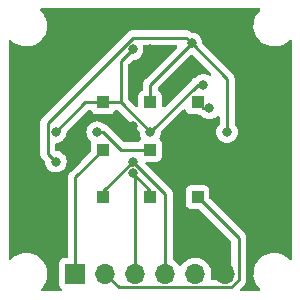
<source format=gbr>
%TF.GenerationSoftware,KiCad,Pcbnew,(6.0.7)*%
%TF.CreationDate,2022-08-07T18:23:06-05:00*%
%TF.ProjectId,ADS1219,41445331-3231-4392-9e6b-696361645f70,4*%
%TF.SameCoordinates,Original*%
%TF.FileFunction,Copper,L2,Bot*%
%TF.FilePolarity,Positive*%
%FSLAX46Y46*%
G04 Gerber Fmt 4.6, Leading zero omitted, Abs format (unit mm)*
G04 Created by KiCad (PCBNEW (6.0.7)) date 2022-08-07 18:23:06*
%MOMM*%
%LPD*%
G01*
G04 APERTURE LIST*
%TA.AperFunction,SMDPad,CuDef*%
%ADD10R,1.000000X1.000000*%
%TD*%
%TA.AperFunction,ComponentPad*%
%ADD11R,1.700000X1.700000*%
%TD*%
%TA.AperFunction,ComponentPad*%
%ADD12O,1.700000X1.700000*%
%TD*%
%TA.AperFunction,ViaPad*%
%ADD13C,0.800000*%
%TD*%
%TA.AperFunction,Conductor*%
%ADD14C,0.250000*%
%TD*%
G04 APERTURE END LIST*
D10*
%TO.P,TP9,1,1*%
%TO.N,/AIN3*%
X166500000Y-90500000D03*
%TD*%
%TO.P,TP8,1,1*%
%TO.N,/AIN2*%
X170500000Y-90500000D03*
%TD*%
%TO.P,TP7,1,1*%
%TO.N,/AIN1*%
X174500000Y-90500000D03*
%TD*%
%TO.P,TP6,1,1*%
%TO.N,/AIN0*%
X166500000Y-86500000D03*
%TD*%
%TO.P,TP5,1,1*%
%TO.N,/A1*%
X170500000Y-86500000D03*
%TD*%
%TO.P,TP4,1,1*%
%TO.N,GND*%
X174500000Y-86500000D03*
%TD*%
%TO.P,TP3,1,1*%
%TO.N,+3.3V*%
X166500000Y-82500000D03*
%TD*%
%TO.P,TP2,1,1*%
%TO.N,/SDA*%
X170500000Y-82500000D03*
%TD*%
%TO.P,TP1,1,1*%
%TO.N,/SCL*%
X174500000Y-82500000D03*
%TD*%
D11*
%TO.P,J2,1,Pin_1*%
%TO.N,/AIN0*%
X164150000Y-97000000D03*
D12*
%TO.P,J2,2,Pin_2*%
%TO.N,/AIN1*%
X166690000Y-97000000D03*
%TO.P,J2,3,Pin_3*%
%TO.N,/AIN2*%
X169230000Y-97000000D03*
%TO.P,J2,4,Pin_4*%
%TO.N,/AIN3*%
X171770000Y-97000000D03*
%TO.P,J2,5,Pin_5*%
%TO.N,+3.3V*%
X174310000Y-97000000D03*
%TO.P,J2,6,Pin_6*%
%TO.N,GND*%
X176850000Y-97000000D03*
%TD*%
D13*
%TO.N,GND*%
X169000000Y-81500000D03*
X169000000Y-84500000D03*
X171000000Y-88000000D03*
%TO.N,/A1*%
X166000000Y-85000000D03*
%TO.N,/SCL*%
X175500000Y-83000000D03*
%TO.N,GND*%
X170500000Y-78000000D03*
X172000000Y-81500000D03*
X176000000Y-77500000D03*
X165000000Y-77500000D03*
%TO.N,+3.3V*%
X175000000Y-81000000D03*
X170500000Y-85000000D03*
X162500000Y-85000000D03*
X169000000Y-78000000D03*
%TO.N,/SDA*%
X177000000Y-85000000D03*
X162500000Y-87500000D03*
X174000000Y-77500000D03*
%TO.N,/AIN2*%
X169000000Y-88500000D03*
%TO.N,/AIN3*%
X169000000Y-87500000D03*
%TD*%
D14*
%TO.N,+3.3V*%
X168000000Y-79000000D02*
X169000000Y-78000000D01*
X168000000Y-82500000D02*
X168000000Y-79000000D01*
%TO.N,/A1*%
X168000000Y-86500000D02*
X170500000Y-86500000D01*
X166000000Y-85000000D02*
X166500000Y-85000000D01*
X166500000Y-85000000D02*
X168000000Y-86500000D01*
%TO.N,+3.3V*%
X168000000Y-82500000D02*
X170500000Y-85000000D01*
X165000000Y-82500000D02*
X168000000Y-82500000D01*
%TO.N,/SCL*%
X175000000Y-83000000D02*
X174500000Y-82500000D01*
X175500000Y-83000000D02*
X175000000Y-83000000D01*
%TO.N,/SDA*%
X170500000Y-81000000D02*
X170500000Y-82500000D01*
X174000000Y-77500000D02*
X170500000Y-81000000D01*
%TO.N,+3.3V*%
X165000000Y-82500000D02*
X166500000Y-82500000D01*
X162500000Y-85000000D02*
X165000000Y-82500000D01*
%TO.N,/AIN1*%
X167817400Y-98127400D02*
X166690000Y-97000000D01*
X177977400Y-97522600D02*
X177372600Y-98127400D01*
X177977400Y-93977400D02*
X177977400Y-97522600D01*
X174500000Y-90500000D02*
X177977400Y-93977400D01*
X177372600Y-98127400D02*
X167817400Y-98127400D01*
%TO.N,/AIN2*%
X170500000Y-90000000D02*
X170500000Y-90500000D01*
X169000000Y-88500000D02*
X170500000Y-90000000D01*
%TO.N,/AIN3*%
X166500000Y-90500000D02*
X166500000Y-90000000D01*
X166500000Y-90000000D02*
X169000000Y-87500000D01*
%TO.N,/AIN0*%
X164150000Y-88850000D02*
X164150000Y-97000000D01*
X166500000Y-86500000D02*
X164150000Y-88850000D01*
%TO.N,+3.3V*%
X174500000Y-81000000D02*
X175000000Y-81000000D01*
X170500000Y-85000000D02*
X174500000Y-81000000D01*
%TO.N,/SDA*%
X161822600Y-84219411D02*
X169042011Y-77000000D01*
X169042011Y-77000000D02*
X173500000Y-77000000D01*
X173500000Y-77000000D02*
X174000000Y-77500000D01*
X161822600Y-86822600D02*
X161822600Y-84219411D01*
X162500000Y-87500000D02*
X161822600Y-86822600D01*
X177000000Y-85000000D02*
X177000000Y-80500000D01*
X177000000Y-80500000D02*
X174000000Y-77500000D01*
%TO.N,/AIN2*%
X169230000Y-97000000D02*
X169230000Y-88730000D01*
X169230000Y-88730000D02*
X169000000Y-88500000D01*
%TO.N,/AIN3*%
X171770000Y-90270000D02*
X169000000Y-87500000D01*
X171770000Y-97000000D02*
X171770000Y-90270000D01*
%TD*%
%TA.AperFunction,Conductor*%
%TO.N,GND*%
G36*
X179765262Y-74528502D02*
G01*
X179811755Y-74582158D01*
X179821859Y-74652432D01*
X179788916Y-74720832D01*
X179629557Y-74890237D01*
X179480576Y-75104991D01*
X179364975Y-75339407D01*
X179285293Y-75588335D01*
X179243279Y-75846307D01*
X179239858Y-76107655D01*
X179275104Y-76366638D01*
X179276412Y-76371124D01*
X179276412Y-76371126D01*
X179290080Y-76418019D01*
X179348243Y-76617567D01*
X179457668Y-76854928D01*
X179460231Y-76858837D01*
X179598410Y-77069596D01*
X179598414Y-77069601D01*
X179600976Y-77073509D01*
X179775018Y-77268506D01*
X179975970Y-77435637D01*
X179979973Y-77438066D01*
X180195422Y-77568804D01*
X180195426Y-77568806D01*
X180199419Y-77571229D01*
X180440455Y-77672303D01*
X180693783Y-77736641D01*
X180698434Y-77737109D01*
X180698438Y-77737110D01*
X180891308Y-77756531D01*
X180910867Y-77758500D01*
X181066354Y-77758500D01*
X181068679Y-77758327D01*
X181068685Y-77758327D01*
X181256000Y-77744407D01*
X181256004Y-77744406D01*
X181260652Y-77744061D01*
X181265200Y-77743032D01*
X181265206Y-77743031D01*
X181451601Y-77700853D01*
X181515577Y-77686377D01*
X181551769Y-77672303D01*
X181754824Y-77593340D01*
X181754827Y-77593339D01*
X181759177Y-77591647D01*
X181986098Y-77461951D01*
X182191357Y-77300138D01*
X182273725Y-77212578D01*
X182334969Y-77176666D01*
X182405907Y-77179566D01*
X182464015Y-77220357D01*
X182490846Y-77286088D01*
X182491500Y-77298911D01*
X182491500Y-95699708D01*
X182471498Y-95767829D01*
X182417842Y-95814322D01*
X182347568Y-95824426D01*
X182282988Y-95794932D01*
X182271497Y-95783610D01*
X182257412Y-95767829D01*
X182224982Y-95731494D01*
X182024030Y-95564363D01*
X181943506Y-95515500D01*
X181804578Y-95431196D01*
X181804574Y-95431194D01*
X181800581Y-95428771D01*
X181559545Y-95327697D01*
X181306217Y-95263359D01*
X181301566Y-95262891D01*
X181301562Y-95262890D01*
X181092271Y-95241816D01*
X181089133Y-95241500D01*
X180933646Y-95241500D01*
X180931321Y-95241673D01*
X180931315Y-95241673D01*
X180744000Y-95255593D01*
X180743996Y-95255594D01*
X180739348Y-95255939D01*
X180734800Y-95256968D01*
X180734794Y-95256969D01*
X180548399Y-95299147D01*
X180484423Y-95313623D01*
X180480071Y-95315315D01*
X180480069Y-95315316D01*
X180245176Y-95406660D01*
X180245173Y-95406661D01*
X180240823Y-95408353D01*
X180013902Y-95538049D01*
X179808643Y-95699862D01*
X179629557Y-95890237D01*
X179537981Y-96022243D01*
X179483696Y-96100494D01*
X179480576Y-96104991D01*
X179478510Y-96109181D01*
X179478508Y-96109184D01*
X179384597Y-96299618D01*
X179364975Y-96339407D01*
X179363553Y-96343850D01*
X179363552Y-96343852D01*
X179360690Y-96352792D01*
X179285293Y-96588335D01*
X179243279Y-96846307D01*
X179243218Y-96850980D01*
X179240396Y-97066590D01*
X179239858Y-97107655D01*
X179275104Y-97366638D01*
X179276412Y-97371124D01*
X179276412Y-97371126D01*
X179290728Y-97420242D01*
X179348243Y-97617567D01*
X179457668Y-97854928D01*
X179485855Y-97897921D01*
X179598410Y-98069596D01*
X179598414Y-98069601D01*
X179600976Y-98073509D01*
X179775018Y-98268506D01*
X179778611Y-98271494D01*
X179781978Y-98274746D01*
X179780400Y-98276380D01*
X179814782Y-98327680D01*
X179816149Y-98398663D01*
X179778923Y-98459118D01*
X179714922Y-98489849D01*
X179694592Y-98491500D01*
X178208594Y-98491500D01*
X178140473Y-98471498D01*
X178093980Y-98417842D01*
X178083876Y-98347568D01*
X178113370Y-98282988D01*
X178119499Y-98276405D01*
X178369647Y-98026257D01*
X178377937Y-98018713D01*
X178384418Y-98014600D01*
X178431059Y-97964932D01*
X178433813Y-97962091D01*
X178453534Y-97942370D01*
X178456012Y-97939175D01*
X178463718Y-97930153D01*
X178488558Y-97903701D01*
X178493986Y-97897921D01*
X178503746Y-97880168D01*
X178514599Y-97863645D01*
X178518328Y-97858837D01*
X178527013Y-97847641D01*
X178544576Y-97807057D01*
X178549783Y-97796427D01*
X178571095Y-97757660D01*
X178573066Y-97749983D01*
X178573068Y-97749978D01*
X178576132Y-97738042D01*
X178582538Y-97719330D01*
X178587434Y-97708017D01*
X178590581Y-97700745D01*
X178597497Y-97657081D01*
X178599904Y-97645460D01*
X178608928Y-97610311D01*
X178608928Y-97610310D01*
X178610900Y-97602630D01*
X178610900Y-97582369D01*
X178612451Y-97562658D01*
X178614379Y-97550485D01*
X178615619Y-97542657D01*
X178611459Y-97498646D01*
X178610900Y-97486789D01*
X178610900Y-94056167D01*
X178611427Y-94044984D01*
X178613102Y-94037491D01*
X178610962Y-93969414D01*
X178610900Y-93965455D01*
X178610900Y-93937544D01*
X178610395Y-93933544D01*
X178609462Y-93921701D01*
X178608322Y-93885429D01*
X178608073Y-93877510D01*
X178602422Y-93858058D01*
X178598414Y-93838706D01*
X178596867Y-93826463D01*
X178595874Y-93818603D01*
X178592956Y-93811232D01*
X178579600Y-93777497D01*
X178575755Y-93766270D01*
X178575121Y-93764087D01*
X178563418Y-93723807D01*
X178559384Y-93716985D01*
X178559381Y-93716979D01*
X178553106Y-93706368D01*
X178544410Y-93688618D01*
X178539872Y-93677156D01*
X178539869Y-93677151D01*
X178536952Y-93669783D01*
X178510973Y-93634025D01*
X178504457Y-93624107D01*
X178485975Y-93592857D01*
X178481942Y-93586037D01*
X178467618Y-93571713D01*
X178454776Y-93556678D01*
X178442872Y-93540293D01*
X178408806Y-93512111D01*
X178400027Y-93504122D01*
X175545405Y-90649500D01*
X175511379Y-90587188D01*
X175508500Y-90560405D01*
X175508500Y-89951866D01*
X175501745Y-89889684D01*
X175450615Y-89753295D01*
X175363261Y-89636739D01*
X175246705Y-89549385D01*
X175110316Y-89498255D01*
X175048134Y-89491500D01*
X173951866Y-89491500D01*
X173889684Y-89498255D01*
X173753295Y-89549385D01*
X173636739Y-89636739D01*
X173549385Y-89753295D01*
X173498255Y-89889684D01*
X173491500Y-89951866D01*
X173491500Y-91048134D01*
X173498255Y-91110316D01*
X173549385Y-91246705D01*
X173636739Y-91363261D01*
X173753295Y-91450615D01*
X173889684Y-91501745D01*
X173951866Y-91508500D01*
X174560406Y-91508500D01*
X174628527Y-91528502D01*
X174649501Y-91545405D01*
X177306995Y-94202899D01*
X177341021Y-94265211D01*
X177343900Y-94291994D01*
X177343900Y-97208005D01*
X177323898Y-97276126D01*
X177306995Y-97297100D01*
X177147100Y-97456995D01*
X177084788Y-97491021D01*
X177058005Y-97493900D01*
X175749803Y-97493900D01*
X175681682Y-97473898D01*
X175635189Y-97420242D01*
X175625085Y-97349968D01*
X175629244Y-97331272D01*
X175640867Y-97293015D01*
X175642370Y-97288069D01*
X175671529Y-97066590D01*
X175673156Y-97000000D01*
X175654852Y-96777361D01*
X175600431Y-96560702D01*
X175511354Y-96355840D01*
X175390014Y-96168277D01*
X175239670Y-96003051D01*
X175235619Y-95999852D01*
X175235615Y-95999848D01*
X175068414Y-95867800D01*
X175068410Y-95867798D01*
X175064359Y-95864598D01*
X175059831Y-95862098D01*
X174973284Y-95814322D01*
X174868789Y-95756638D01*
X174863920Y-95754914D01*
X174863916Y-95754912D01*
X174663087Y-95683795D01*
X174663083Y-95683794D01*
X174658212Y-95682069D01*
X174653119Y-95681162D01*
X174653116Y-95681161D01*
X174443373Y-95643800D01*
X174443367Y-95643799D01*
X174438284Y-95642894D01*
X174364452Y-95641992D01*
X174220081Y-95640228D01*
X174220079Y-95640228D01*
X174214911Y-95640165D01*
X173994091Y-95673955D01*
X173781756Y-95743357D01*
X173751443Y-95759137D01*
X173607975Y-95833822D01*
X173583607Y-95846507D01*
X173579474Y-95849610D01*
X173579471Y-95849612D01*
X173409100Y-95977530D01*
X173404965Y-95980635D01*
X173401393Y-95984373D01*
X173282121Y-96109184D01*
X173250629Y-96142138D01*
X173143201Y-96299621D01*
X173088293Y-96344621D01*
X173017768Y-96352792D01*
X172954021Y-96321538D01*
X172933324Y-96297054D01*
X172852822Y-96172617D01*
X172852820Y-96172614D01*
X172850014Y-96168277D01*
X172699670Y-96003051D01*
X172695619Y-95999852D01*
X172695615Y-95999848D01*
X172528414Y-95867800D01*
X172528410Y-95867798D01*
X172524359Y-95864598D01*
X172519835Y-95862101D01*
X172519831Y-95862098D01*
X172468608Y-95833822D01*
X172418636Y-95783390D01*
X172403500Y-95723513D01*
X172403500Y-90348768D01*
X172404027Y-90337585D01*
X172405702Y-90330092D01*
X172403562Y-90262001D01*
X172403500Y-90258044D01*
X172403500Y-90230144D01*
X172402996Y-90226153D01*
X172402063Y-90214311D01*
X172400923Y-90178036D01*
X172400674Y-90170111D01*
X172395021Y-90150652D01*
X172391012Y-90131293D01*
X172390846Y-90129983D01*
X172388474Y-90111203D01*
X172385558Y-90103837D01*
X172385556Y-90103831D01*
X172372200Y-90070098D01*
X172368355Y-90058868D01*
X172358230Y-90024017D01*
X172358230Y-90024016D01*
X172356019Y-90016407D01*
X172345705Y-89998966D01*
X172337008Y-89981213D01*
X172332472Y-89969758D01*
X172329552Y-89962383D01*
X172303563Y-89926612D01*
X172297047Y-89916692D01*
X172274542Y-89878638D01*
X172260221Y-89864317D01*
X172247380Y-89849283D01*
X172240131Y-89839306D01*
X172235472Y-89832893D01*
X172201395Y-89804702D01*
X172192616Y-89796712D01*
X170119500Y-87723595D01*
X170085474Y-87661283D01*
X170090539Y-87590467D01*
X170133086Y-87533632D01*
X170199606Y-87508821D01*
X170208595Y-87508500D01*
X171048134Y-87508500D01*
X171110316Y-87501745D01*
X171246705Y-87450615D01*
X171363261Y-87363261D01*
X171450615Y-87246705D01*
X171501745Y-87110316D01*
X171508500Y-87048134D01*
X171508500Y-85951866D01*
X171501745Y-85889684D01*
X171450615Y-85753295D01*
X171363261Y-85636739D01*
X171325780Y-85608648D01*
X171283265Y-85551791D01*
X171278239Y-85480972D01*
X171292226Y-85444823D01*
X171331223Y-85377279D01*
X171331224Y-85377278D01*
X171334527Y-85371556D01*
X171393542Y-85189928D01*
X171410907Y-85024706D01*
X171437920Y-84959050D01*
X171447122Y-84948782D01*
X173301887Y-83094017D01*
X173364199Y-83059991D01*
X173435014Y-83065056D01*
X173491850Y-83107603D01*
X173508964Y-83138883D01*
X173516320Y-83158505D01*
X173549385Y-83246705D01*
X173636739Y-83363261D01*
X173753295Y-83450615D01*
X173889684Y-83501745D01*
X173951866Y-83508500D01*
X174577618Y-83508500D01*
X174638327Y-83524090D01*
X174642439Y-83526351D01*
X174658953Y-83537199D01*
X174674959Y-83549614D01*
X174682228Y-83552759D01*
X174682232Y-83552762D01*
X174715537Y-83567174D01*
X174726187Y-83572391D01*
X174764940Y-83593695D01*
X174772615Y-83595666D01*
X174772616Y-83595666D01*
X174784562Y-83598733D01*
X174803264Y-83605136D01*
X174809335Y-83607763D01*
X174852933Y-83639091D01*
X174888747Y-83678866D01*
X174894089Y-83682747D01*
X174894091Y-83682749D01*
X175025867Y-83778490D01*
X175043248Y-83791118D01*
X175049276Y-83793802D01*
X175049278Y-83793803D01*
X175177833Y-83851039D01*
X175217712Y-83868794D01*
X175308586Y-83888110D01*
X175398056Y-83907128D01*
X175398061Y-83907128D01*
X175404513Y-83908500D01*
X175595487Y-83908500D01*
X175601939Y-83907128D01*
X175601944Y-83907128D01*
X175691414Y-83888110D01*
X175782288Y-83868794D01*
X175822167Y-83851039D01*
X175950722Y-83793803D01*
X175950724Y-83793802D01*
X175956752Y-83791118D01*
X175976099Y-83777062D01*
X176051879Y-83722004D01*
X176111253Y-83678866D01*
X176146864Y-83639316D01*
X176207310Y-83602076D01*
X176278294Y-83603428D01*
X176337278Y-83642941D01*
X176365536Y-83708072D01*
X176366500Y-83723626D01*
X176366500Y-84297476D01*
X176346498Y-84365597D01*
X176334142Y-84381779D01*
X176260960Y-84463056D01*
X176165473Y-84628444D01*
X176106458Y-84810072D01*
X176086496Y-85000000D01*
X176106458Y-85189928D01*
X176165473Y-85371556D01*
X176260960Y-85536944D01*
X176265378Y-85541851D01*
X176265379Y-85541852D01*
X176384325Y-85673955D01*
X176388747Y-85678866D01*
X176459343Y-85730157D01*
X176536928Y-85786526D01*
X176543248Y-85791118D01*
X176549276Y-85793802D01*
X176549278Y-85793803D01*
X176629669Y-85829595D01*
X176717712Y-85868794D01*
X176811113Y-85888647D01*
X176898056Y-85907128D01*
X176898061Y-85907128D01*
X176904513Y-85908500D01*
X177095487Y-85908500D01*
X177101939Y-85907128D01*
X177101944Y-85907128D01*
X177188887Y-85888647D01*
X177282288Y-85868794D01*
X177370331Y-85829595D01*
X177450722Y-85793803D01*
X177450724Y-85793802D01*
X177456752Y-85791118D01*
X177463073Y-85786526D01*
X177540657Y-85730157D01*
X177611253Y-85678866D01*
X177615675Y-85673955D01*
X177734621Y-85541852D01*
X177734622Y-85541851D01*
X177739040Y-85536944D01*
X177834527Y-85371556D01*
X177893542Y-85189928D01*
X177913504Y-85000000D01*
X177893542Y-84810072D01*
X177834527Y-84628444D01*
X177739040Y-84463056D01*
X177665863Y-84381785D01*
X177635147Y-84317779D01*
X177633500Y-84297476D01*
X177633500Y-80578768D01*
X177634027Y-80567585D01*
X177635702Y-80560092D01*
X177633562Y-80492001D01*
X177633500Y-80488044D01*
X177633500Y-80460144D01*
X177632996Y-80456153D01*
X177632063Y-80444311D01*
X177631708Y-80432990D01*
X177630674Y-80400111D01*
X177625021Y-80380652D01*
X177621012Y-80361293D01*
X177620846Y-80359983D01*
X177618474Y-80341203D01*
X177615558Y-80333837D01*
X177615556Y-80333831D01*
X177602200Y-80300098D01*
X177598355Y-80288868D01*
X177588230Y-80254017D01*
X177588230Y-80254016D01*
X177586019Y-80246407D01*
X177575705Y-80228966D01*
X177567008Y-80211213D01*
X177562472Y-80199758D01*
X177559552Y-80192383D01*
X177533563Y-80156612D01*
X177527047Y-80146692D01*
X177504542Y-80108638D01*
X177490221Y-80094317D01*
X177477380Y-80079283D01*
X177470131Y-80069306D01*
X177465472Y-80062893D01*
X177431395Y-80034702D01*
X177422616Y-80026712D01*
X174947122Y-77551217D01*
X174913096Y-77488905D01*
X174910907Y-77475292D01*
X174894232Y-77316635D01*
X174894232Y-77316633D01*
X174893542Y-77310072D01*
X174834527Y-77128444D01*
X174823742Y-77109763D01*
X174742341Y-76968774D01*
X174739040Y-76963056D01*
X174611253Y-76821134D01*
X174456752Y-76708882D01*
X174450724Y-76706198D01*
X174450722Y-76706197D01*
X174288319Y-76633891D01*
X174288318Y-76633891D01*
X174282288Y-76631206D01*
X174188887Y-76611353D01*
X174101944Y-76592872D01*
X174101939Y-76592872D01*
X174095487Y-76591500D01*
X174040309Y-76591500D01*
X173972188Y-76571498D01*
X173954058Y-76557352D01*
X173942349Y-76546357D01*
X173939505Y-76543600D01*
X173919770Y-76523865D01*
X173916573Y-76521385D01*
X173907551Y-76513680D01*
X173894122Y-76501069D01*
X173875321Y-76483414D01*
X173868375Y-76479595D01*
X173868372Y-76479593D01*
X173857566Y-76473652D01*
X173841047Y-76462801D01*
X173840583Y-76462441D01*
X173825041Y-76450386D01*
X173817772Y-76447241D01*
X173817768Y-76447238D01*
X173784463Y-76432826D01*
X173773813Y-76427609D01*
X173735060Y-76406305D01*
X173715437Y-76401267D01*
X173696734Y-76394863D01*
X173685420Y-76389967D01*
X173685419Y-76389967D01*
X173678145Y-76386819D01*
X173670322Y-76385580D01*
X173670312Y-76385577D01*
X173634476Y-76379901D01*
X173622856Y-76377495D01*
X173587711Y-76368472D01*
X173587710Y-76368472D01*
X173580030Y-76366500D01*
X173559776Y-76366500D01*
X173540065Y-76364949D01*
X173527886Y-76363020D01*
X173520057Y-76361780D01*
X173490786Y-76364547D01*
X173476039Y-76365941D01*
X173464181Y-76366500D01*
X169120778Y-76366500D01*
X169109595Y-76365973D01*
X169102102Y-76364298D01*
X169094176Y-76364547D01*
X169094175Y-76364547D01*
X169034012Y-76366438D01*
X169030054Y-76366500D01*
X169002155Y-76366500D01*
X168998165Y-76367004D01*
X168986331Y-76367936D01*
X168942122Y-76369326D01*
X168934508Y-76371538D01*
X168934503Y-76371539D01*
X168922670Y-76374977D01*
X168903307Y-76378988D01*
X168883214Y-76381526D01*
X168875847Y-76384443D01*
X168875842Y-76384444D01*
X168842103Y-76397802D01*
X168830876Y-76401646D01*
X168788418Y-76413982D01*
X168781592Y-76418019D01*
X168770983Y-76424293D01*
X168753235Y-76432988D01*
X168734394Y-76440448D01*
X168727978Y-76445110D01*
X168727977Y-76445110D01*
X168698624Y-76466436D01*
X168688704Y-76472952D01*
X168657476Y-76491420D01*
X168657473Y-76491422D01*
X168650649Y-76495458D01*
X168636328Y-76509779D01*
X168621295Y-76522619D01*
X168604904Y-76534528D01*
X168599853Y-76540634D01*
X168576713Y-76568605D01*
X168568723Y-76577384D01*
X161430347Y-83715759D01*
X161422061Y-83723299D01*
X161415582Y-83727411D01*
X161410157Y-83733188D01*
X161368957Y-83777062D01*
X161366202Y-83779904D01*
X161346465Y-83799641D01*
X161343985Y-83802838D01*
X161336282Y-83811858D01*
X161306014Y-83844090D01*
X161302195Y-83851036D01*
X161302193Y-83851039D01*
X161296252Y-83861845D01*
X161285401Y-83878364D01*
X161272986Y-83894370D01*
X161269841Y-83901639D01*
X161269838Y-83901643D01*
X161255426Y-83934948D01*
X161250209Y-83945598D01*
X161228905Y-83984351D01*
X161226934Y-83992026D01*
X161226934Y-83992027D01*
X161223867Y-84003973D01*
X161217463Y-84022677D01*
X161209419Y-84041266D01*
X161208180Y-84049089D01*
X161208177Y-84049099D01*
X161202501Y-84084935D01*
X161200095Y-84096555D01*
X161189100Y-84139381D01*
X161189100Y-84159635D01*
X161187549Y-84179345D01*
X161184380Y-84199354D01*
X161185126Y-84207246D01*
X161188541Y-84243372D01*
X161189100Y-84255230D01*
X161189100Y-86743833D01*
X161188573Y-86755016D01*
X161186898Y-86762509D01*
X161187147Y-86770435D01*
X161187147Y-86770436D01*
X161189038Y-86830586D01*
X161189100Y-86834545D01*
X161189100Y-86862456D01*
X161189597Y-86866390D01*
X161189597Y-86866391D01*
X161189605Y-86866456D01*
X161190538Y-86878293D01*
X161191927Y-86922489D01*
X161197578Y-86941939D01*
X161201587Y-86961300D01*
X161204126Y-86981397D01*
X161207045Y-86988768D01*
X161207045Y-86988770D01*
X161220404Y-87022512D01*
X161224249Y-87033742D01*
X161233960Y-87067168D01*
X161236582Y-87076193D01*
X161240615Y-87083012D01*
X161240617Y-87083017D01*
X161246893Y-87093628D01*
X161255588Y-87111376D01*
X161263048Y-87130217D01*
X161267710Y-87136633D01*
X161267710Y-87136634D01*
X161289036Y-87165987D01*
X161295552Y-87175907D01*
X161318058Y-87213962D01*
X161332379Y-87228283D01*
X161345219Y-87243316D01*
X161357128Y-87259707D01*
X161363234Y-87264758D01*
X161391205Y-87287898D01*
X161399984Y-87295888D01*
X161552878Y-87448782D01*
X161586904Y-87511094D01*
X161589092Y-87524703D01*
X161606458Y-87689928D01*
X161665473Y-87871556D01*
X161760960Y-88036944D01*
X161888747Y-88178866D01*
X162043248Y-88291118D01*
X162049276Y-88293802D01*
X162049278Y-88293803D01*
X162211681Y-88366109D01*
X162217712Y-88368794D01*
X162311113Y-88388647D01*
X162398056Y-88407128D01*
X162398061Y-88407128D01*
X162404513Y-88408500D01*
X162595487Y-88408500D01*
X162601939Y-88407128D01*
X162601944Y-88407128D01*
X162688887Y-88388647D01*
X162782288Y-88368794D01*
X162788319Y-88366109D01*
X162950722Y-88293803D01*
X162950724Y-88293802D01*
X162956752Y-88291118D01*
X163111253Y-88178866D01*
X163239040Y-88036944D01*
X163334527Y-87871556D01*
X163393542Y-87689928D01*
X163413504Y-87500000D01*
X163408645Y-87453767D01*
X163394232Y-87316635D01*
X163394232Y-87316633D01*
X163393542Y-87310072D01*
X163334527Y-87128444D01*
X163239040Y-86963056D01*
X163231786Y-86954999D01*
X163115675Y-86826045D01*
X163115674Y-86826044D01*
X163111253Y-86821134D01*
X162956752Y-86708882D01*
X162950724Y-86706198D01*
X162950722Y-86706197D01*
X162788319Y-86633891D01*
X162788318Y-86633891D01*
X162782288Y-86631206D01*
X162688887Y-86611353D01*
X162601944Y-86592872D01*
X162601939Y-86592872D01*
X162595487Y-86591500D01*
X162582100Y-86591500D01*
X162513979Y-86571498D01*
X162467486Y-86517842D01*
X162456100Y-86465500D01*
X162456100Y-86034500D01*
X162476102Y-85966379D01*
X162529758Y-85919886D01*
X162582100Y-85908500D01*
X162595487Y-85908500D01*
X162601939Y-85907128D01*
X162601944Y-85907128D01*
X162688887Y-85888647D01*
X162782288Y-85868794D01*
X162870331Y-85829595D01*
X162950722Y-85793803D01*
X162950724Y-85793802D01*
X162956752Y-85791118D01*
X162963073Y-85786526D01*
X163040657Y-85730157D01*
X163111253Y-85678866D01*
X163115675Y-85673955D01*
X163234621Y-85541852D01*
X163234622Y-85541851D01*
X163239040Y-85536944D01*
X163334527Y-85371556D01*
X163393542Y-85189928D01*
X163410907Y-85024706D01*
X163437920Y-84959050D01*
X163447122Y-84948782D01*
X165225500Y-83170405D01*
X165287812Y-83136379D01*
X165314595Y-83133500D01*
X165419618Y-83133500D01*
X165487739Y-83153502D01*
X165534232Y-83207158D01*
X165537599Y-83215269D01*
X165546231Y-83238293D01*
X165549385Y-83246705D01*
X165636739Y-83363261D01*
X165753295Y-83450615D01*
X165889684Y-83501745D01*
X165951866Y-83508500D01*
X167048134Y-83508500D01*
X167110316Y-83501745D01*
X167246705Y-83450615D01*
X167363261Y-83363261D01*
X167450615Y-83246705D01*
X167453769Y-83238293D01*
X167462401Y-83215269D01*
X167505043Y-83158505D01*
X167571605Y-83133806D01*
X167580382Y-83133500D01*
X167685406Y-83133500D01*
X167753527Y-83153502D01*
X167774501Y-83170405D01*
X169552878Y-84948783D01*
X169586904Y-85011095D01*
X169589093Y-85024706D01*
X169606458Y-85189928D01*
X169665473Y-85371556D01*
X169668776Y-85377278D01*
X169668777Y-85377279D01*
X169707774Y-85444823D01*
X169724512Y-85513818D01*
X169701292Y-85580910D01*
X169674222Y-85608647D01*
X169636739Y-85636739D01*
X169549385Y-85753295D01*
X169546233Y-85761703D01*
X169546231Y-85761707D01*
X169537599Y-85784731D01*
X169494957Y-85841495D01*
X169428395Y-85866194D01*
X169419618Y-85866500D01*
X168314595Y-85866500D01*
X168246474Y-85846498D01*
X168225500Y-85829595D01*
X167003652Y-84607747D01*
X166996112Y-84599461D01*
X166992000Y-84592982D01*
X166942348Y-84546356D01*
X166939507Y-84543602D01*
X166919770Y-84523865D01*
X166916573Y-84521385D01*
X166907551Y-84513680D01*
X166881100Y-84488841D01*
X166875321Y-84483414D01*
X166868375Y-84479595D01*
X166868372Y-84479593D01*
X166857566Y-84473652D01*
X166841047Y-84462801D01*
X166840583Y-84462441D01*
X166825041Y-84450386D01*
X166817772Y-84447241D01*
X166817768Y-84447238D01*
X166784463Y-84432826D01*
X166773813Y-84427609D01*
X166735060Y-84406305D01*
X166715437Y-84401267D01*
X166696736Y-84394864D01*
X166690665Y-84392237D01*
X166647066Y-84360909D01*
X166615672Y-84326042D01*
X166611253Y-84321134D01*
X166520545Y-84255230D01*
X166462094Y-84212763D01*
X166462093Y-84212762D01*
X166456752Y-84208882D01*
X166450724Y-84206198D01*
X166450722Y-84206197D01*
X166288319Y-84133891D01*
X166288318Y-84133891D01*
X166282288Y-84131206D01*
X166188888Y-84111353D01*
X166101944Y-84092872D01*
X166101939Y-84092872D01*
X166095487Y-84091500D01*
X165904513Y-84091500D01*
X165898061Y-84092872D01*
X165898056Y-84092872D01*
X165811112Y-84111353D01*
X165717712Y-84131206D01*
X165711682Y-84133891D01*
X165711681Y-84133891D01*
X165549278Y-84206197D01*
X165549276Y-84206198D01*
X165543248Y-84208882D01*
X165388747Y-84321134D01*
X165384328Y-84326042D01*
X165384325Y-84326045D01*
X165275203Y-84447238D01*
X165260960Y-84463056D01*
X165165473Y-84628444D01*
X165106458Y-84810072D01*
X165086496Y-85000000D01*
X165106458Y-85189928D01*
X165165473Y-85371556D01*
X165260960Y-85536944D01*
X165265378Y-85541851D01*
X165265379Y-85541852D01*
X165384325Y-85673955D01*
X165388747Y-85678866D01*
X165459344Y-85730158D01*
X165502697Y-85786379D01*
X165508772Y-85857115D01*
X165503267Y-85876316D01*
X165498255Y-85889684D01*
X165497402Y-85897532D01*
X165497402Y-85897534D01*
X165496360Y-85907128D01*
X165491500Y-85951866D01*
X165491500Y-86560406D01*
X165471498Y-86628527D01*
X165454595Y-86649501D01*
X164605124Y-87498971D01*
X163757747Y-88346348D01*
X163749461Y-88353888D01*
X163742982Y-88358000D01*
X163737557Y-88363777D01*
X163696357Y-88407651D01*
X163693602Y-88410493D01*
X163673865Y-88430230D01*
X163671385Y-88433427D01*
X163663682Y-88442447D01*
X163633414Y-88474679D01*
X163629595Y-88481625D01*
X163629593Y-88481628D01*
X163623652Y-88492434D01*
X163612801Y-88508953D01*
X163600386Y-88524959D01*
X163597241Y-88532228D01*
X163597238Y-88532232D01*
X163582826Y-88565537D01*
X163577609Y-88576187D01*
X163556305Y-88614940D01*
X163554334Y-88622615D01*
X163554334Y-88622616D01*
X163551267Y-88634562D01*
X163544863Y-88653266D01*
X163536819Y-88671855D01*
X163535580Y-88679678D01*
X163535577Y-88679688D01*
X163529901Y-88715524D01*
X163527495Y-88727144D01*
X163516500Y-88769970D01*
X163516500Y-88790224D01*
X163514949Y-88809934D01*
X163511780Y-88829943D01*
X163512526Y-88837835D01*
X163515941Y-88873961D01*
X163516500Y-88885819D01*
X163516500Y-95515500D01*
X163496498Y-95583621D01*
X163442842Y-95630114D01*
X163390500Y-95641500D01*
X163251866Y-95641500D01*
X163189684Y-95648255D01*
X163053295Y-95699385D01*
X162936739Y-95786739D01*
X162849385Y-95903295D01*
X162798255Y-96039684D01*
X162791500Y-96101866D01*
X162791500Y-97898134D01*
X162798255Y-97960316D01*
X162849385Y-98096705D01*
X162936739Y-98213261D01*
X162943919Y-98218642D01*
X162943920Y-98218643D01*
X163005339Y-98264674D01*
X163047854Y-98321533D01*
X163052880Y-98392352D01*
X163018820Y-98454645D01*
X162956489Y-98488635D01*
X162929774Y-98491500D01*
X161322859Y-98491500D01*
X161254738Y-98471498D01*
X161208245Y-98417842D01*
X161198141Y-98347568D01*
X161231084Y-98279167D01*
X161233683Y-98276405D01*
X161390443Y-98109763D01*
X161499569Y-97952460D01*
X161536759Y-97898851D01*
X161536761Y-97898848D01*
X161539424Y-97895009D01*
X161561284Y-97850682D01*
X161652960Y-97664781D01*
X161652961Y-97664778D01*
X161655025Y-97660593D01*
X161731962Y-97420242D01*
X161733280Y-97416123D01*
X161734707Y-97411665D01*
X161776721Y-97153693D01*
X161780142Y-96892345D01*
X161744896Y-96633362D01*
X161730473Y-96583877D01*
X161673068Y-96386932D01*
X161671757Y-96382433D01*
X161659498Y-96355840D01*
X161575030Y-96172617D01*
X161562332Y-96145072D01*
X161511500Y-96067540D01*
X161421590Y-95930404D01*
X161421586Y-95930399D01*
X161419024Y-95926491D01*
X161244982Y-95731494D01*
X161044030Y-95564363D01*
X160963506Y-95515500D01*
X160824578Y-95431196D01*
X160824574Y-95431194D01*
X160820581Y-95428771D01*
X160579545Y-95327697D01*
X160326217Y-95263359D01*
X160321566Y-95262891D01*
X160321562Y-95262890D01*
X160112271Y-95241816D01*
X160109133Y-95241500D01*
X159953646Y-95241500D01*
X159951321Y-95241673D01*
X159951315Y-95241673D01*
X159764000Y-95255593D01*
X159763996Y-95255594D01*
X159759348Y-95255939D01*
X159754800Y-95256968D01*
X159754794Y-95256969D01*
X159568399Y-95299147D01*
X159504423Y-95313623D01*
X159500071Y-95315315D01*
X159500069Y-95315316D01*
X159265176Y-95406660D01*
X159265173Y-95406661D01*
X159260823Y-95408353D01*
X159033902Y-95538049D01*
X158828643Y-95699862D01*
X158739211Y-95794932D01*
X158726275Y-95808683D01*
X158665031Y-95844595D01*
X158594094Y-95841695D01*
X158535985Y-95800904D01*
X158509154Y-95735173D01*
X158508500Y-95722350D01*
X158508500Y-77300292D01*
X158528502Y-77232171D01*
X158582158Y-77185678D01*
X158652432Y-77175574D01*
X158717012Y-77205068D01*
X158728499Y-77216386D01*
X158775018Y-77268506D01*
X158975970Y-77435637D01*
X158979973Y-77438066D01*
X159195422Y-77568804D01*
X159195426Y-77568806D01*
X159199419Y-77571229D01*
X159440455Y-77672303D01*
X159693783Y-77736641D01*
X159698434Y-77737109D01*
X159698438Y-77737110D01*
X159891308Y-77756531D01*
X159910867Y-77758500D01*
X160066354Y-77758500D01*
X160068679Y-77758327D01*
X160068685Y-77758327D01*
X160256000Y-77744407D01*
X160256004Y-77744406D01*
X160260652Y-77744061D01*
X160265200Y-77743032D01*
X160265206Y-77743031D01*
X160451601Y-77700853D01*
X160515577Y-77686377D01*
X160551769Y-77672303D01*
X160754824Y-77593340D01*
X160754827Y-77593339D01*
X160759177Y-77591647D01*
X160986098Y-77461951D01*
X161191357Y-77300138D01*
X161370443Y-77109763D01*
X161519424Y-76895009D01*
X161635025Y-76660593D01*
X161664471Y-76568605D01*
X161713280Y-76416123D01*
X161714707Y-76411665D01*
X161756721Y-76153693D01*
X161760142Y-75892345D01*
X161724896Y-75633362D01*
X161710473Y-75583877D01*
X161653068Y-75386932D01*
X161651757Y-75382433D01*
X161542332Y-75145072D01*
X161489663Y-75064739D01*
X161401590Y-74930404D01*
X161401586Y-74930399D01*
X161399024Y-74926491D01*
X161224982Y-74731494D01*
X161221389Y-74728506D01*
X161218022Y-74725254D01*
X161219600Y-74723620D01*
X161185218Y-74672320D01*
X161183851Y-74601337D01*
X161221077Y-74540882D01*
X161285078Y-74510151D01*
X161305408Y-74508500D01*
X179697141Y-74508500D01*
X179765262Y-74528502D01*
G37*
%TD.AperFunction*%
%TA.AperFunction,Conductor*%
G36*
X172734526Y-77653502D02*
G01*
X172781019Y-77707158D01*
X172791123Y-77777432D01*
X172761629Y-77842012D01*
X172755500Y-77848595D01*
X170107747Y-80496348D01*
X170099461Y-80503888D01*
X170092982Y-80508000D01*
X170087557Y-80513777D01*
X170046357Y-80557651D01*
X170043602Y-80560493D01*
X170023865Y-80580230D01*
X170021385Y-80583427D01*
X170013682Y-80592447D01*
X169983414Y-80624679D01*
X169979595Y-80631625D01*
X169979593Y-80631628D01*
X169973652Y-80642434D01*
X169962801Y-80658953D01*
X169950386Y-80674959D01*
X169947241Y-80682228D01*
X169947238Y-80682232D01*
X169932826Y-80715537D01*
X169927609Y-80726187D01*
X169906305Y-80764940D01*
X169904334Y-80772615D01*
X169904334Y-80772616D01*
X169901267Y-80784562D01*
X169894863Y-80803266D01*
X169886819Y-80821855D01*
X169885580Y-80829678D01*
X169885577Y-80829688D01*
X169879901Y-80865524D01*
X169877495Y-80877144D01*
X169866500Y-80919970D01*
X169866500Y-80940224D01*
X169864949Y-80959934D01*
X169861780Y-80979943D01*
X169862526Y-80987835D01*
X169865941Y-81023961D01*
X169866500Y-81035819D01*
X169866500Y-81419618D01*
X169846498Y-81487739D01*
X169792842Y-81534232D01*
X169784731Y-81537599D01*
X169761707Y-81546231D01*
X169761704Y-81546232D01*
X169753295Y-81549385D01*
X169636739Y-81636739D01*
X169549385Y-81753295D01*
X169498255Y-81889684D01*
X169491500Y-81951866D01*
X169491500Y-82791405D01*
X169471498Y-82859526D01*
X169417842Y-82906019D01*
X169347568Y-82916123D01*
X169282988Y-82886629D01*
X169276404Y-82880500D01*
X169024349Y-82628444D01*
X168670404Y-82274499D01*
X168636379Y-82212187D01*
X168633500Y-82185404D01*
X168633500Y-79314594D01*
X168653502Y-79246473D01*
X168670405Y-79225499D01*
X168950499Y-78945405D01*
X169012811Y-78911379D01*
X169039594Y-78908500D01*
X169095487Y-78908500D01*
X169101939Y-78907128D01*
X169101944Y-78907128D01*
X169188887Y-78888647D01*
X169282288Y-78868794D01*
X169288319Y-78866109D01*
X169450722Y-78793803D01*
X169450724Y-78793802D01*
X169456752Y-78791118D01*
X169611253Y-78678866D01*
X169739040Y-78536944D01*
X169834527Y-78371556D01*
X169893542Y-78189928D01*
X169913504Y-78000000D01*
X169893542Y-77810072D01*
X169891503Y-77803797D01*
X169891502Y-77803792D01*
X169889762Y-77798438D01*
X169887733Y-77727471D01*
X169924394Y-77666672D01*
X169988106Y-77635346D01*
X170009594Y-77633500D01*
X172666405Y-77633500D01*
X172734526Y-77653502D01*
G37*
%TD.AperFunction*%
%TA.AperFunction,Conductor*%
G36*
X174044032Y-78456038D02*
G01*
X174089095Y-78484999D01*
X175627364Y-80023268D01*
X175661390Y-80085580D01*
X175656325Y-80156395D01*
X175613778Y-80213231D01*
X175547258Y-80238042D01*
X175477884Y-80222951D01*
X175464209Y-80214300D01*
X175462738Y-80213231D01*
X175456752Y-80208882D01*
X175450724Y-80206198D01*
X175450722Y-80206197D01*
X175288319Y-80133891D01*
X175288318Y-80133891D01*
X175282288Y-80131206D01*
X175176115Y-80108638D01*
X175101944Y-80092872D01*
X175101939Y-80092872D01*
X175095487Y-80091500D01*
X174904513Y-80091500D01*
X174898061Y-80092872D01*
X174898056Y-80092872D01*
X174823885Y-80108638D01*
X174717712Y-80131206D01*
X174711682Y-80133891D01*
X174711681Y-80133891D01*
X174549278Y-80206197D01*
X174549276Y-80206198D01*
X174543248Y-80208882D01*
X174388747Y-80321134D01*
X174384333Y-80326036D01*
X174384332Y-80326037D01*
X174350359Y-80363768D01*
X174303122Y-80396603D01*
X174300102Y-80397799D01*
X174288863Y-80401647D01*
X174254021Y-80411769D01*
X174254015Y-80411772D01*
X174246407Y-80413982D01*
X174239585Y-80418016D01*
X174239579Y-80418019D01*
X174228968Y-80424294D01*
X174211218Y-80432990D01*
X174199756Y-80437528D01*
X174199751Y-80437531D01*
X174192383Y-80440448D01*
X174185968Y-80445109D01*
X174156625Y-80466427D01*
X174146707Y-80472943D01*
X174128019Y-80483995D01*
X174108637Y-80495458D01*
X174094313Y-80509782D01*
X174079281Y-80522621D01*
X174062893Y-80534528D01*
X174043764Y-80557651D01*
X174034712Y-80568593D01*
X174026722Y-80577373D01*
X171723595Y-82880500D01*
X171661283Y-82914526D01*
X171590468Y-82909461D01*
X171533632Y-82866914D01*
X171508821Y-82800394D01*
X171508500Y-82791405D01*
X171508500Y-81951866D01*
X171501745Y-81889684D01*
X171450615Y-81753295D01*
X171363261Y-81636739D01*
X171246705Y-81549385D01*
X171238296Y-81546232D01*
X171238293Y-81546231D01*
X171215269Y-81537599D01*
X171158505Y-81494957D01*
X171133806Y-81428395D01*
X171133500Y-81419618D01*
X171133500Y-81314594D01*
X171153502Y-81246473D01*
X171170405Y-81225499D01*
X173910905Y-78484999D01*
X173973217Y-78450973D01*
X174044032Y-78456038D01*
G37*
%TD.AperFunction*%
%TD*%
M02*

</source>
